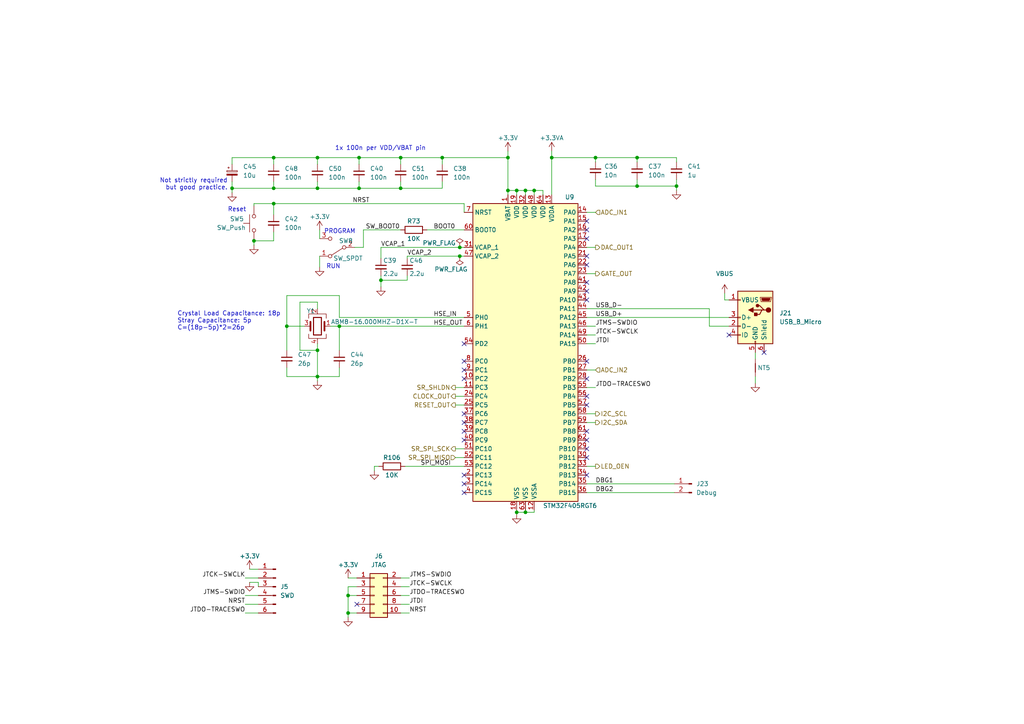
<source format=kicad_sch>
(kicad_sch (version 20230121) (generator eeschema)
  (paper "A4")
  (title_block (title "LivSynth - MCU") (date "2022-07-18") (rev "${Version}") (company "SloBlo Labs"))
  (lib_symbols
    (symbol "Connector:Conn_01x02_Male" (pin_names (offset 1.016) hide)
      (property "Reference" "J" (at 0 2.54 0))
      (property "Value" "Conn_01x02_Male" (at 0 -5.08 0))
      (symbol "Conn_01x02_Male_1_1"
        (polyline (pts (xy 1.27 -2.54) (xy 0.8636 -2.54)) (stroke (width 0.1524)))
        (polyline (pts (xy 1.27 0) (xy 0.8636 0)) (stroke (width 0.1524)))
        (rectangle (start 0.8636 -2.413) (end 0 -2.667) (stroke (width 0.1524)) (fill (type outline)))
        (rectangle (start 0.8636 0.127) (end 0 -0.127) (stroke (width 0.1524)) (fill (type outline)))
        (pin passive line (at 5.08 0 180) (length 3.81) (name "Pin_1") (number "1"))
        (pin passive line (at 5.08 -2.54 180) (length 3.81) (name "Pin_2") (number "2"))
      )
    )
    (symbol "Connector:Conn_01x06_Male" (pin_names (offset 1.016) hide)
      (property "Reference" "J" (at 0 7.62 0))
      (property "Value" "Conn_01x06_Male" (at 0 -10.16 0))
      (symbol "Conn_01x06_Male_1_1"
        (polyline (pts (xy 1.27 -7.62) (xy 0.8636 -7.62)) (stroke (width 0.1524)))
        (polyline (pts (xy 1.27 -5.08) (xy 0.8636 -5.08)) (stroke (width 0.1524)))
        (polyline (pts (xy 1.27 -2.54) (xy 0.8636 -2.54)) (stroke (width 0.1524)))
        (polyline (pts (xy 1.27 0) (xy 0.8636 0)) (stroke (width 0.1524)))
        (polyline (pts (xy 1.27 2.54) (xy 0.8636 2.54)) (stroke (width 0.1524)))
        (polyline (pts (xy 1.27 5.08) (xy 0.8636 5.08)) (stroke (width 0.1524)))
        (rectangle (start 0.8636 -7.493) (end 0 -7.747) (stroke (width 0.1524)) (fill (type outline)))
        (rectangle (start 0.8636 -4.953) (end 0 -5.207) (stroke (width 0.1524)) (fill (type outline)))
        (rectangle (start 0.8636 -2.413) (end 0 -2.667) (stroke (width 0.1524)) (fill (type outline)))
        (rectangle (start 0.8636 0.127) (end 0 -0.127) (stroke (width 0.1524)) (fill (type outline)))
        (rectangle (start 0.8636 2.667) (end 0 2.413) (stroke (width 0.1524)) (fill (type outline)))
        (rectangle (start 0.8636 5.207) (end 0 4.953) (stroke (width 0.1524)) (fill (type outline)))
        (pin passive line (at 5.08 5.08 180) (length 3.81) (name "Pin_1") (number "1"))
        (pin passive line (at 5.08 2.54 180) (length 3.81) (name "Pin_2") (number "2"))
        (pin passive line (at 5.08 0 180) (length 3.81) (name "Pin_3") (number "3"))
        (pin passive line (at 5.08 -2.54 180) (length 3.81) (name "Pin_4") (number "4"))
        (pin passive line (at 5.08 -5.08 180) (length 3.81) (name "Pin_5") (number "5"))
        (pin passive line (at 5.08 -7.62 180) (length 3.81) (name "Pin_6") (number "6"))
      )
    )
    (symbol "Connector:USB_B_Micro" (pin_names (offset 1.016))
      (property "Reference" "J" (at -5.08 11.43 0))
      (property "Value" "USB_B_Micro" (at -5.08 8.89 0))
      (symbol "USB_B_Micro_0_1"
        (rectangle (start -5.08 -7.62) (end 5.08 7.62) (stroke (width 0.254)) (fill (type background)))
        (circle (center -3.81 2.159) (radius 0.635) (stroke (width 0.254)) (fill (type outline)))
        (circle (center -0.635 3.429) (radius 0.381) (stroke (width 0.254)) (fill (type outline)))
        (rectangle (start -0.127 -7.62) (end 0.127 -6.858))
        (polyline (pts (xy -1.905 2.159) (xy 0.635 2.159)) (stroke (width 0.254)))
        (polyline (pts (xy -3.175 2.159) (xy -2.54 2.159) (xy -1.27 3.429) (xy -0.635 3.429)) (stroke (width 0.254)))
        (polyline (pts (xy -2.54 2.159) (xy -1.905 2.159) (xy -1.27 0.889) (xy 0 0.889)) (stroke (width 0.254)))
        (polyline (pts (xy 0.635 2.794) (xy 0.635 1.524) (xy 1.905 2.159) (xy 0.635 2.794)) (stroke (width 0.254)) (fill (type outline)))
        (polyline (pts (xy -4.318 5.588) (xy -1.778 5.588) (xy -2.032 4.826) (xy -4.064 4.826) (xy -4.318 5.588)) (fill (type outline)))
        (polyline (pts (xy -4.699 5.842) (xy -4.699 5.588) (xy -4.445 4.826) (xy -4.445 4.572) (xy -1.651 4.572) (xy -1.651 4.826) (xy -1.397 5.588) (xy -1.397 5.842) (xy -4.699 5.842)))
        (rectangle (start 0.254 1.27) (end -0.508 0.508) (stroke (width 0.254)) (fill (type outline)))
        (rectangle (start 5.08 -5.207) (end 4.318 -4.953))
        (rectangle (start 5.08 -2.667) (end 4.318 -2.413))
        (rectangle (start 5.08 -0.127) (end 4.318 0.127))
        (rectangle (start 5.08 4.953) (end 4.318 5.207))
      )
      (symbol "USB_B_Micro_1_1"
        (pin power_out line (at 7.62 5.08 180) (length 2.54) (name "VBUS") (number "1"))
        (pin bidirectional line (at 7.62 -2.54 180) (length 2.54) (name "D-") (number "2"))
        (pin bidirectional line (at 7.62 0 180) (length 2.54) (name "D+") (number "3"))
        (pin passive line (at 7.62 -5.08 180) (length 2.54) (name "ID") (number "4"))
        (pin power_out line (at 0 -10.16 90) (length 2.54) (name "GND") (number "5"))
        (pin passive line (at -2.54 -10.16 90) (length 2.54) (name "Shield") (number "6"))
      )
    )
    (symbol "Connector_Generic:Conn_02x05_Odd_Even" (pin_names (offset 1.016) hide)
      (property "Reference" "J" (at 1.27 7.62 0))
      (property "Value" "Conn_02x05_Odd_Even" (at 1.27 -7.62 0))
      (symbol "Conn_02x05_Odd_Even_1_1"
        (rectangle (start -1.27 -4.953) (end 0 -5.207) (stroke (width 0.1524)))
        (rectangle (start -1.27 -2.413) (end 0 -2.667) (stroke (width 0.1524)))
        (rectangle (start -1.27 0.127) (end 0 -0.127) (stroke (width 0.1524)))
        (rectangle (start -1.27 2.667) (end 0 2.413) (stroke (width 0.1524)))
        (rectangle (start -1.27 5.207) (end 0 4.953) (stroke (width 0.1524)))
        (rectangle (start -1.27 6.35) (end 3.81 -6.35) (stroke (width 0.254)) (fill (type background)))
        (rectangle (start 3.81 -4.953) (end 2.54 -5.207) (stroke (width 0.1524)))
        (rectangle (start 3.81 -2.413) (end 2.54 -2.667) (stroke (width 0.1524)))
        (rectangle (start 3.81 0.127) (end 2.54 -0.127) (stroke (width 0.1524)))
        (rectangle (start 3.81 2.667) (end 2.54 2.413) (stroke (width 0.1524)))
        (rectangle (start 3.81 5.207) (end 2.54 4.953) (stroke (width 0.1524)))
        (pin passive line (at -5.08 5.08 0) (length 3.81) (name "Pin_1") (number "1"))
        (pin passive line (at 7.62 -5.08 180) (length 3.81) (name "Pin_10") (number "10"))
        (pin passive line (at 7.62 5.08 180) (length 3.81) (name "Pin_2") (number "2"))
        (pin passive line (at -5.08 2.54 0) (length 3.81) (name "Pin_3") (number "3"))
        (pin passive line (at 7.62 2.54 180) (length 3.81) (name "Pin_4") (number "4"))
        (pin passive line (at -5.08 0 0) (length 3.81) (name "Pin_5") (number "5"))
        (pin passive line (at 7.62 0 180) (length 3.81) (name "Pin_6") (number "6"))
        (pin passive line (at -5.08 -2.54 0) (length 3.81) (name "Pin_7") (number "7"))
        (pin passive line (at 7.62 -2.54 180) (length 3.81) (name "Pin_8") (number "8"))
        (pin passive line (at -5.08 -5.08 0) (length 3.81) (name "Pin_9") (number "9"))
      )
    )
    (symbol "Device:C_Polarized_Small" (pin_numbers hide) (pin_names (offset 0.254) hide)
      (property "Reference" "C" (at 0.254 1.778 0))
      (property "Value" "C_Polarized_Small" (at 0.254 -2.032 0))
      (symbol "C_Polarized_Small_0_1"
        (rectangle (start -1.524 -0.3048) (end 1.524 -0.6858) (fill (type outline)))
        (rectangle (start -1.524 0.6858) (end 1.524 0.3048))
        (polyline (pts (xy -1.27 1.524) (xy -0.762 1.524)))
        (polyline (pts (xy -1.016 1.27) (xy -1.016 1.778)))
      )
      (symbol "C_Polarized_Small_1_1"
        (pin passive line (at 0 2.54 270) (length 1.8542) (name "~") (number "1"))
        (pin passive line (at 0 -2.54 90) (length 1.8542) (name "~") (number "2"))
      )
    )
    (symbol "Device:C_Small" (pin_numbers hide) (pin_names (offset 0.254) hide)
      (property "Reference" "C" (at 0.254 1.778 0))
      (property "Value" "C_Small" (at 0.254 -2.032 0))
      (symbol "C_Small_0_1"
        (polyline (pts (xy -1.524 -0.508) (xy 1.524 -0.508)) (stroke (width 0.3302)))
        (polyline (pts (xy -1.524 0.508) (xy 1.524 0.508)) (stroke (width 0.3048)))
      )
      (symbol "C_Small_1_1"
        (pin passive line (at 0 2.54 270) (length 2.032) (name "~") (number "1"))
        (pin passive line (at 0 -2.54 90) (length 2.032) (name "~") (number "2"))
      )
    )
    (symbol "Device:Crystal_GND24" (pin_names (offset 1.016) hide)
      (property "Reference" "Y" (at 3.175 5.08 0))
      (property "Value" "Crystal_GND24" (at 3.175 3.175 0))
      (symbol "Crystal_GND24_0_1"
        (rectangle (start -1.143 2.54) (end 1.143 -2.54) (stroke (width 0.3048)))
        (polyline (pts (xy -2.54 0) (xy -2.032 0)))
        (polyline (pts (xy -2.032 -1.27) (xy -2.032 1.27)) (stroke (width 0.508)))
        (polyline (pts (xy 0 -3.81) (xy 0 -3.556)))
        (polyline (pts (xy 0 3.556) (xy 0 3.81)))
        (polyline (pts (xy 2.032 -1.27) (xy 2.032 1.27)) (stroke (width 0.508)))
        (polyline (pts (xy 2.032 0) (xy 2.54 0)))
        (polyline (pts (xy -2.54 -2.286) (xy -2.54 -3.556) (xy 2.54 -3.556) (xy 2.54 -2.286)))
        (polyline (pts (xy -2.54 2.286) (xy -2.54 3.556) (xy 2.54 3.556) (xy 2.54 2.286)))
      )
      (symbol "Crystal_GND24_1_1"
        (pin passive line (at -3.81 0 0) (length 1.27) (name "1") (number "1"))
        (pin passive line (at 0 5.08 270) (length 1.27) (name "2") (number "2"))
        (pin passive line (at 3.81 0 180) (length 1.27) (name "3") (number "3"))
        (pin passive line (at 0 -5.08 90) (length 1.27) (name "4") (number "4"))
      )
    )
    (symbol "Device:NetTie_2" (pin_numbers hide) (pin_names (offset 0) hide) (in_bom no)
      (property "Reference" "NT" (at 0 1.27 0))
      (property "Value" "NetTie_2" (at 0 -1.27 0))
      (symbol "NetTie_2_0_1"
        (polyline (pts (xy -1.27 0) (xy 1.27 0)) (stroke (width 0.254)))
      )
      (symbol "NetTie_2_1_1"
        (pin passive line (at -2.54 0 0) (length 2.54) (name "1") (number "1"))
        (pin passive line (at 2.54 0 180) (length 2.54) (name "2") (number "2"))
      )
    )
    (symbol "Device:R" (pin_numbers hide) (pin_names (offset 0))
      (property "Reference" "R" (at 2.032 0 90))
      (property "Value" "R" (at 0 0 90))
      (symbol "R_0_1"
        (rectangle (start -1.016 -2.54) (end 1.016 2.54) (stroke (width 0.254)))
      )
      (symbol "R_1_1"
        (pin passive line (at 0 3.81 270) (length 1.27) (name "~") (number "1"))
        (pin passive line (at 0 -3.81 90) (length 1.27) (name "~") (number "2"))
      )
    )
    (symbol "MCU_ST_STM32F4:STM32F405RGTx"
      (property "Reference" "U" (at -15.24 44.45 0))
      (property "Value" "STM32F405RGTx" (at 10.16 44.45 0))
      (symbol "STM32F405RGTx_0_1"
        (rectangle (start -15.24 -43.18) (end 15.24 43.18) (stroke (width 0.254)) (fill (type background)))
      )
      (symbol "STM32F405RGTx_1_1"
        (pin power_in line (at -5.08 45.72 270) (length 2.54) (name "VBAT") (number "1"))
        (pin bidirectional line (at -17.78 -7.62 0) (length 2.54) (name "PC2") (number "10"))
        (pin bidirectional line (at -17.78 -10.16 0) (length 2.54) (name "PC3") (number "11"))
        (pin power_in line (at 2.54 -45.72 90) (length 2.54) (name "VSSA") (number "12"))
        (pin power_in line (at 7.62 45.72 270) (length 2.54) (name "VDDA") (number "13"))
        (pin bidirectional line (at 17.78 40.64 180) (length 2.54) (name "PA0") (number "14"))
        (pin bidirectional line (at 17.78 38.1 180) (length 2.54) (name "PA1") (number "15"))
        (pin bidirectional line (at 17.78 35.56 180) (length 2.54) (name "PA2") (number "16"))
        (pin bidirectional line (at 17.78 33.02 180) (length 2.54) (name "PA3") (number "17"))
        (pin power_in line (at -2.54 -45.72 90) (length 2.54) (name "VSS") (number "18"))
        (pin power_in line (at -2.54 45.72 270) (length 2.54) (name "VDD") (number "19"))
        (pin bidirectional line (at -17.78 -35.56 0) (length 2.54) (name "PC13") (number "2"))
        (pin bidirectional line (at 17.78 30.48 180) (length 2.54) (name "PA4") (number "20"))
        (pin bidirectional line (at 17.78 27.94 180) (length 2.54) (name "PA5") (number "21"))
        (pin bidirectional line (at 17.78 25.4 180) (length 2.54) (name "PA6") (number "22"))
        (pin bidirectional line (at 17.78 22.86 180) (length 2.54) (name "PA7") (number "23"))
        (pin bidirectional line (at -17.78 -12.7 0) (length 2.54) (name "PC4") (number "24"))
        (pin bidirectional line (at -17.78 -15.24 0) (length 2.54) (name "PC5") (number "25"))
        (pin bidirectional line (at 17.78 -2.54 180) (length 2.54) (name "PB0") (number "26"))
        (pin bidirectional line (at 17.78 -5.08 180) (length 2.54) (name "PB1") (number "27"))
        (pin bidirectional line (at 17.78 -7.62 180) (length 2.54) (name "PB2") (number "28"))
        (pin bidirectional line (at 17.78 -27.94 180) (length 2.54) (name "PB10") (number "29"))
        (pin bidirectional line (at -17.78 -38.1 0) (length 2.54) (name "PC14") (number "3"))
        (pin bidirectional line (at 17.78 -30.48 180) (length 2.54) (name "PB11") (number "30"))
        (pin power_in line (at -17.78 30.48 0) (length 2.54) (name "VCAP_1") (number "31"))
        (pin power_in line (at 0 45.72 270) (length 2.54) (name "VDD") (number "32"))
        (pin bidirectional line (at 17.78 -33.02 180) (length 2.54) (name "PB12") (number "33"))
        (pin bidirectional line (at 17.78 -35.56 180) (length 2.54) (name "PB13") (number "34"))
        (pin bidirectional line (at 17.78 -38.1 180) (length 2.54) (name "PB14") (number "35"))
        (pin bidirectional line (at 17.78 -40.64 180) (length 2.54) (name "PB15") (number "36"))
        (pin bidirectional line (at -17.78 -17.78 0) (length 2.54) (name "PC6") (number "37"))
        (pin bidirectional line (at -17.78 -20.32 0) (length 2.54) (name "PC7") (number "38"))
        (pin bidirectional line (at -17.78 -22.86 0) (length 2.54) (name "PC8") (number "39"))
        (pin bidirectional line (at -17.78 -40.64 0) (length 2.54) (name "PC15") (number "4"))
        (pin bidirectional line (at -17.78 -25.4 0) (length 2.54) (name "PC9") (number "40"))
        (pin bidirectional line (at 17.78 20.32 180) (length 2.54) (name "PA8") (number "41"))
        (pin bidirectional line (at 17.78 17.78 180) (length 2.54) (name "PA9") (number "42"))
        (pin bidirectional line (at 17.78 15.24 180) (length 2.54) (name "PA10") (number "43"))
        (pin bidirectional line (at 17.78 12.7 180) (length 2.54) (name "PA11") (number "44"))
        (pin bidirectional line (at 17.78 10.16 180) (length 2.54) (name "PA12") (number "45"))
        (pin bidirectional line (at 17.78 7.62 180) (length 2.54) (name "PA13") (number "46"))
        (pin power_in line (at -17.78 27.94 0) (length 2.54) (name "VCAP_2") (number "47"))
        (pin power_in line (at 2.54 45.72 270) (length 2.54) (name "VDD") (number "48"))
        (pin bidirectional line (at 17.78 5.08 180) (length 2.54) (name "PA14") (number "49"))
        (pin input line (at -17.78 10.16 0) (length 2.54) (name "PH0") (number "5"))
        (pin bidirectional line (at 17.78 2.54 180) (length 2.54) (name "PA15") (number "50"))
        (pin bidirectional line (at -17.78 -27.94 0) (length 2.54) (name "PC10") (number "51"))
        (pin bidirectional line (at -17.78 -30.48 0) (length 2.54) (name "PC11") (number "52"))
        (pin bidirectional line (at -17.78 -33.02 0) (length 2.54) (name "PC12") (number "53"))
        (pin bidirectional line (at -17.78 2.54 0) (length 2.54) (name "PD2") (number "54"))
        (pin bidirectional line (at 17.78 -10.16 180) (length 2.54) (name "PB3") (number "55"))
        (pin bidirectional line (at 17.78 -12.7 180) (length 2.54) (name "PB4") (number "56"))
        (pin bidirectional line (at 17.78 -15.24 180) (length 2.54) (name "PB5") (number "57"))
        (pin bidirectional line (at 17.78 -17.78 180) (length 2.54) (name "PB6") (number "58"))
        (pin bidirectional line (at 17.78 -20.32 180) (length 2.54) (name "PB7") (number "59"))
        (pin input line (at -17.78 7.62 0) (length 2.54) (name "PH1") (number "6"))
        (pin input line (at -17.78 35.56 0) (length 2.54) (name "BOOT0") (number "60"))
        (pin bidirectional line (at 17.78 -22.86 180) (length 2.54) (name "PB8") (number "61"))
        (pin bidirectional line (at 17.78 -25.4 180) (length 2.54) (name "PB9") (number "62"))
        (pin power_in line (at 0 -45.72 90) (length 2.54) (name "VSS") (number "63"))
        (pin power_in line (at 5.08 45.72 270) (length 2.54) (name "VDD") (number "64"))
        (pin input line (at -17.78 40.64 0) (length 2.54) (name "NRST") (number "7"))
        (pin bidirectional line (at -17.78 -2.54 0) (length 2.54) (name "PC0") (number "8"))
        (pin bidirectional line (at -17.78 -5.08 0) (length 2.54) (name "PC1") (number "9"))
      )
    )
    (symbol "Switch:SW_Push" (pin_numbers hide) (pin_names (offset 1.016) hide)
      (property "Reference" "SW" (at 1.27 2.54 0))
      (property "Value" "SW_Push" (at 0 -1.524 0))
      (symbol "SW_Push_0_1"
        (circle (center -2.032 0) (radius 0.508))
        (polyline (pts (xy 0 1.27) (xy 0 3.048)))
        (polyline (pts (xy 2.54 1.27) (xy -2.54 1.27)))
        (circle (center 2.032 0) (radius 0.508))
        (pin passive line (at -5.08 0 0) (length 2.54) (name "1") (number "1"))
        (pin passive line (at 5.08 0 180) (length 2.54) (name "2") (number "2"))
      )
    )
    (symbol "Switch:SW_SPDT" (pin_names (offset 0) hide)
      (property "Reference" "SW" (at 0 4.318 0))
      (property "Value" "SW_SPDT" (at 0 -5.08 0))
      (symbol "SW_SPDT_0_0"
        (circle (center -2.032 0) (radius 0.508))
        (circle (center 2.032 -2.54) (radius 0.508))
      )
      (symbol "SW_SPDT_0_1"
        (polyline (pts (xy -1.524 0.254) (xy 1.651 2.286)))
        (circle (center 2.032 2.54) (radius 0.508))
      )
      (symbol "SW_SPDT_1_1"
        (pin passive line (at 5.08 2.54 180) (length 2.54) (name "A") (number "1"))
        (pin passive line (at -5.08 0 0) (length 2.54) (name "B") (number "2"))
        (pin passive line (at 5.08 -2.54 180) (length 2.54) (name "C") (number "3"))
      )
    )
    (symbol "power:+3.3V" (power) (pin_names (offset 0))
      (property "Value" "+3.3V" (at 0 3.556 0))
      (symbol "+3.3V_0_1"
        (polyline (pts (xy -0.762 1.27) (xy 0 2.54)))
        (polyline (pts (xy 0 0) (xy 0 2.54)))
        (polyline (pts (xy 0 2.54) (xy 0.762 1.27)))
      )
      (symbol "+3.3V_1_1"
        (pin power_in line (at 0 0 90) (length 0) hide (name "+3.3V") (number "1"))
      )
    )
    (symbol "power:+3.3VA" (power) (pin_names (offset 0))
      (property "Value" "+3.3VA" (at 0 3.556 0))
      (symbol "+3.3VA_0_1"
        (polyline (pts (xy -0.762 1.27) (xy 0 2.54)))
        (polyline (pts (xy 0 0) (xy 0 2.54)))
        (polyline (pts (xy 0 2.54) (xy 0.762 1.27)))
      )
      (symbol "+3.3VA_1_1"
        (pin power_in line (at 0 0 90) (length 0) hide (name "+3.3VA") (number "1"))
      )
    )
    (symbol "power:GND" (power) (pin_names (offset 0))
      (property "Value" "GND" (at 0 -3.81 0))
      (symbol "GND_0_1"
        (polyline (pts (xy 0 0) (xy 0 -1.27) (xy 1.27 -1.27) (xy 0 -2.54) (xy -1.27 -1.27) (xy 0 -1.27)))
      )
      (symbol "GND_1_1"
        (pin power_in line (at 0 0 270) (length 0) hide (name "GND") (number "1"))
      )
    )
    (symbol "power:PWR_FLAG" (power) (pin_numbers hide) (pin_names (offset 0) hide)
      (property "Value" "PWR_FLAG" (at 0 3.81 0))
      (symbol "PWR_FLAG_0_0"
        (pin power_out line (at 0 0 90) (length 0) (name "pwr") (number "1"))
      )
      (symbol "PWR_FLAG_0_1"
        (polyline (pts (xy 0 0) (xy 0 1.27) (xy -1.016 1.905) (xy 0 2.54) (xy 1.016 1.905) (xy 0 1.27)))
      )
    )
    (symbol "power:VBUS" (power) (pin_names (offset 0))
      (property "Value" "VBUS" (at 0 3.81 0))
      (symbol "VBUS_0_1"
        (polyline (pts (xy -0.762 1.27) (xy 0 2.54)))
        (polyline (pts (xy 0 0) (xy 0 2.54)))
        (polyline (pts (xy 0 2.54) (xy 0.762 1.27)))
      )
      (symbol "VBUS_1_1"
        (pin power_in line (at 0 0 90) (length 0) hide (name "VBUS") (number "1"))
      )
    )
  )
  (junction (at 149.86 148.59))
  (junction (at 100.965 177.8))
  (junction (at 154.94 55.245))
  (junction (at 133.35 71.755))
  (junction (at 83.185 94.615))
  (junction (at 92.075 54.61))
  (junction (at 79.375 54.61))
  (junction (at 152.4 55.245))
  (junction (at 98.425 94.615))
  (junction (at 147.32 45.72))
  (junction (at 184.785 53.975))
  (junction (at 79.375 45.72))
  (junction (at 104.14 54.61))
  (junction (at 128.27 45.72))
  (junction (at 92.075 45.72))
  (junction (at 133.35 74.295))
  (junction (at 116.205 45.72))
  (junction (at 67.31 54.61))
  (junction (at 116.205 54.61))
  (junction (at 110.49 81.28))
  (junction (at 160.02 45.72))
  (junction (at 92.075 109.22))
  (junction (at 92.075 101.6))
  (junction (at 147.32 55.245))
  (junction (at 73.66 69.85))
  (junction (at 196.215 53.975))
  (junction (at 184.785 45.72))
  (junction (at 152.4 148.59))
  (junction (at 172.72 45.72))
  (junction (at 149.86 55.245))
  (junction (at 104.14 45.72))
  (junction (at 79.375 59.055))
  (junction (at 100.965 172.72))
  (no_connect (at 170.18 74.295))
  (no_connect (at 170.18 114.935))
  (no_connect (at 170.18 104.775))
  (no_connect (at 170.18 64.135))
  (no_connect (at 134.62 137.795))
  (no_connect (at 170.18 132.715))
  (no_connect (at 211.455 97.155))
  (no_connect (at 221.615 102.235))
  (no_connect (at 170.18 117.475))
  (no_connect (at 170.18 130.175))
  (no_connect (at 103.505 175.26))
  (no_connect (at 134.62 120.015))
  (no_connect (at 134.62 122.555))
  (no_connect (at 134.62 125.095))
  (no_connect (at 134.62 127.635))
  (no_connect (at 134.62 99.695))
  (no_connect (at 134.62 104.775))
  (no_connect (at 134.62 107.315))
  (no_connect (at 134.62 109.855))
  (no_connect (at 170.18 125.095))
  (no_connect (at 170.18 109.855))
  (no_connect (at 170.18 86.995))
  (no_connect (at 170.18 84.455))
  (no_connect (at 170.18 81.915))
  (no_connect (at 170.18 69.215))
  (no_connect (at 170.18 66.675))
  (no_connect (at 134.62 142.875))
  (no_connect (at 134.62 140.335))
  (no_connect (at 170.18 137.795))
  (no_connect (at 170.18 127.635))
  (no_connect (at 170.18 76.835))
  (wire (pts (xy 67.31 54.61) (xy 79.375 54.61)))
  (wire (pts (xy 123.825 66.675) (xy 134.62 66.675)))
  (wire (pts (xy 170.18 142.875) (xy 195.58 142.875)))
  (wire (pts (xy 133.35 74.295) (xy 134.62 74.295)))
  (wire (pts (xy 152.4 147.955) (xy 152.4 148.59)))
  (wire (pts (xy 92.075 45.72) (xy 104.14 45.72)))
  (wire (pts (xy 71.12 177.8) (xy 74.93 177.8)))
  (wire (pts (xy 105.41 66.675) (xy 116.205 66.675)))
  (wire (pts (xy 100.965 172.72) (xy 100.965 177.8)))
  (wire (pts (xy 73.66 71.12) (xy 73.66 69.85)))
  (wire (pts (xy 172.72 135.255) (xy 170.18 135.255)))
  (wire (pts (xy 184.785 45.72) (xy 184.785 46.99)))
  (wire (pts (xy 98.425 85.725) (xy 98.425 92.075)))
  (wire (pts (xy 116.205 177.8) (xy 118.745 177.8)))
  (wire (pts (xy 110.49 81.28) (xy 118.11 81.28)))
  (wire (pts (xy 196.215 45.72) (xy 184.785 45.72)))
  (wire (pts (xy 160.02 45.72) (xy 172.72 45.72)))
  (wire (pts (xy 83.185 106.68) (xy 83.185 109.22)))
  (wire (pts (xy 149.86 147.955) (xy 149.86 148.59)))
  (wire (pts (xy 98.425 92.075) (xy 134.62 92.075)))
  (wire (pts (xy 149.86 148.59) (xy 149.86 149.225)))
  (wire (pts (xy 104.14 54.61) (xy 116.205 54.61)))
  (wire (pts (xy 79.375 59.055) (xy 134.62 59.055)))
  (wire (pts (xy 83.185 85.725) (xy 98.425 85.725)))
  (wire (pts (xy 104.14 47.625) (xy 104.14 45.72)))
  (wire (pts (xy 73.66 69.85) (xy 79.375 69.85)))
  (wire (pts (xy 83.185 109.22) (xy 92.075 109.22)))
  (wire (pts (xy 128.27 54.61) (xy 128.27 52.705)))
  (wire (pts (xy 83.185 94.615) (xy 83.185 85.725)))
  (wire (pts (xy 72.39 168.91) (xy 74.93 168.91)))
  (wire (pts (xy 154.94 55.245) (xy 154.94 56.515)))
  (wire (pts (xy 133.35 71.755) (xy 134.62 71.755)))
  (wire (pts (xy 134.62 59.055) (xy 134.62 61.595)))
  (wire (pts (xy 105.41 71.755) (xy 105.41 66.675)))
  (wire (pts (xy 117.475 135.255) (xy 134.62 135.255)))
  (wire (pts (xy 116.205 170.18) (xy 118.745 170.18)))
  (wire (pts (xy 170.18 107.315) (xy 172.72 107.315)))
  (wire (pts (xy 116.205 47.625) (xy 116.205 45.72)))
  (wire (pts (xy 128.27 47.625) (xy 128.27 45.72)))
  (wire (pts (xy 74.93 168.91) (xy 74.93 170.18)))
  (wire (pts (xy 170.18 99.695) (xy 172.72 99.695)))
  (wire (pts (xy 92.075 109.22) (xy 98.425 109.22)))
  (wire (pts (xy 92.075 47.625) (xy 92.075 45.72)))
  (wire (pts (xy 147.32 43.815) (xy 147.32 45.72)))
  (wire (pts (xy 196.215 55.245) (xy 196.215 53.975)))
  (wire (pts (xy 219.075 102.235) (xy 219.075 104.14)))
  (wire (pts (xy 67.31 54.61) (xy 67.31 55.88)))
  (wire (pts (xy 160.02 43.815) (xy 160.02 45.72)))
  (wire (pts (xy 100.965 172.72) (xy 103.505 172.72)))
  (wire (pts (xy 170.18 140.335) (xy 195.58 140.335)))
  (wire (pts (xy 92.075 87.63) (xy 86.995 87.63)))
  (wire (pts (xy 184.785 45.72) (xy 172.72 45.72)))
  (wire (pts (xy 95.885 94.615) (xy 98.425 94.615)))
  (wire (pts (xy 79.375 54.61) (xy 92.075 54.61)))
  (wire (pts (xy 205.74 89.535) (xy 205.74 94.615)))
  (wire (pts (xy 83.185 94.615) (xy 83.185 101.6)))
  (wire (pts (xy 67.31 47.625) (xy 67.31 45.72)))
  (wire (pts (xy 152.4 55.245) (xy 152.4 56.515)))
  (wire (pts (xy 196.215 46.99) (xy 196.215 45.72)))
  (wire (pts (xy 71.12 167.64) (xy 74.93 167.64)))
  (wire (pts (xy 157.48 55.245) (xy 154.94 55.245)))
  (wire (pts (xy 170.18 71.755) (xy 172.72 71.755)))
  (wire (pts (xy 172.72 45.72) (xy 172.72 46.99)))
  (wire (pts (xy 149.86 55.245) (xy 147.32 55.245)))
  (wire (pts (xy 92.075 109.22) (xy 92.075 110.49)))
  (wire (pts (xy 134.62 117.475) (xy 132.08 117.475)))
  (wire (pts (xy 108.585 135.255) (xy 108.585 136.525)))
  (wire (pts (xy 170.18 89.535) (xy 205.74 89.535)))
  (wire (pts (xy 152.4 55.245) (xy 149.86 55.245)))
  (wire (pts (xy 71.12 172.72) (xy 74.93 172.72)))
  (wire (pts (xy 103.505 170.18) (xy 100.965 170.18)))
  (wire (pts (xy 92.075 89.535) (xy 92.075 87.63)))
  (wire (pts (xy 170.18 94.615) (xy 172.72 94.615)))
  (wire (pts (xy 219.075 109.22) (xy 219.075 111.125)))
  (wire (pts (xy 172.72 52.07) (xy 172.72 53.975)))
  (wire (pts (xy 172.72 122.555) (xy 170.18 122.555)))
  (wire (pts (xy 170.18 92.075) (xy 211.455 92.075)))
  (wire (pts (xy 118.11 74.295) (xy 133.35 74.295)))
  (wire (pts (xy 184.785 52.07) (xy 184.785 53.975)))
  (wire (pts (xy 98.425 106.68) (xy 98.425 109.22)))
  (wire (pts (xy 154.94 55.245) (xy 152.4 55.245)))
  (wire (pts (xy 102.87 71.755) (xy 105.41 71.755)))
  (wire (pts (xy 67.31 52.705) (xy 67.31 54.61)))
  (wire (pts (xy 210.185 85.09) (xy 210.185 86.995)))
  (wire (pts (xy 152.4 148.59) (xy 149.86 148.59)))
  (wire (pts (xy 86.995 101.6) (xy 92.075 101.6)))
  (wire (pts (xy 184.785 53.975) (xy 196.215 53.975)))
  (wire (pts (xy 86.995 87.63) (xy 86.995 101.6)))
  (wire (pts (xy 170.18 112.395) (xy 172.72 112.395)))
  (wire (pts (xy 118.11 74.93) (xy 118.11 74.295)))
  (wire (pts (xy 116.205 175.26) (xy 118.745 175.26)))
  (wire (pts (xy 79.375 52.705) (xy 79.375 54.61)))
  (wire (pts (xy 132.08 112.395) (xy 134.62 112.395)))
  (wire (pts (xy 210.185 86.995) (xy 211.455 86.995)))
  (wire (pts (xy 170.18 97.155) (xy 172.72 97.155)))
  (wire (pts (xy 73.66 59.69) (xy 73.66 59.055)))
  (wire (pts (xy 172.72 53.975) (xy 184.785 53.975)))
  (wire (pts (xy 110.49 81.28) (xy 110.49 83.185)))
  (wire (pts (xy 132.08 132.715) (xy 134.62 132.715)))
  (wire (pts (xy 118.11 81.28) (xy 118.11 80.01)))
  (wire (pts (xy 79.375 67.31) (xy 79.375 69.85)))
  (wire (pts (xy 79.375 45.72) (xy 92.075 45.72)))
  (wire (pts (xy 100.965 177.8) (xy 103.505 177.8)))
  (wire (pts (xy 109.855 135.255) (xy 108.585 135.255)))
  (wire (pts (xy 110.49 71.755) (xy 133.35 71.755)))
  (wire (pts (xy 205.74 94.615) (xy 211.455 94.615)))
  (wire (pts (xy 170.18 61.595) (xy 172.72 61.595)))
  (wire (pts (xy 154.94 147.955) (xy 154.94 148.59)))
  (wire (pts (xy 116.205 54.61) (xy 128.27 54.61)))
  (wire (pts (xy 71.12 175.26) (xy 74.93 175.26)))
  (wire (pts (xy 92.075 54.61) (xy 104.14 54.61)))
  (wire (pts (xy 110.49 74.93) (xy 110.49 71.755)))
  (wire (pts (xy 116.205 167.64) (xy 118.745 167.64)))
  (wire (pts (xy 92.075 101.6) (xy 92.075 109.22)))
  (wire (pts (xy 147.32 45.72) (xy 147.32 55.245)))
  (wire (pts (xy 98.425 94.615) (xy 134.62 94.615)))
  (wire (pts (xy 73.66 59.055) (xy 79.375 59.055)))
  (wire (pts (xy 132.08 130.175) (xy 134.62 130.175)))
  (wire (pts (xy 116.205 172.72) (xy 118.745 172.72)))
  (wire (pts (xy 92.075 101.6) (xy 92.075 99.695)))
  (wire (pts (xy 79.375 59.055) (xy 79.375 62.23)))
  (wire (pts (xy 157.48 55.245) (xy 157.48 56.515)))
  (wire (pts (xy 154.94 148.59) (xy 152.4 148.59)))
  (wire (pts (xy 116.205 52.705) (xy 116.205 54.61)))
  (wire (pts (xy 92.71 66.675) (xy 92.71 69.215)))
  (wire (pts (xy 92.71 74.295) (xy 92.71 77.47)))
  (wire (pts (xy 172.72 120.015) (xy 170.18 120.015)))
  (wire (pts (xy 147.32 55.245) (xy 147.32 56.515)))
  (wire (pts (xy 67.31 45.72) (xy 79.375 45.72)))
  (wire (pts (xy 98.425 94.615) (xy 98.425 101.6)))
  (wire (pts (xy 88.265 94.615) (xy 83.185 94.615)))
  (wire (pts (xy 149.86 55.245) (xy 149.86 56.515)))
  (wire (pts (xy 160.02 56.515) (xy 160.02 45.72)))
  (wire (pts (xy 104.14 45.72) (xy 116.205 45.72)))
  (wire (pts (xy 116.205 45.72) (xy 128.27 45.72)))
  (wire (pts (xy 100.965 177.8) (xy 100.965 179.07)))
  (wire (pts (xy 103.505 167.64) (xy 100.965 167.64)))
  (wire (pts (xy 92.075 52.705) (xy 92.075 54.61)))
  (wire (pts (xy 100.965 170.18) (xy 100.965 172.72)))
  (wire (pts (xy 74.93 165.1) (xy 72.39 165.1)))
  (wire (pts (xy 172.72 79.375) (xy 170.18 79.375)))
  (wire (pts (xy 128.27 45.72) (xy 147.32 45.72)))
  (wire (pts (xy 132.08 114.935) (xy 134.62 114.935)))
  (wire (pts (xy 196.215 53.975) (xy 196.215 52.07)))
  (wire (pts (xy 79.375 47.625) (xy 79.375 45.72)))
  (wire (pts (xy 110.49 81.28) (xy 110.49 80.01)))
  (wire (pts (xy 104.14 52.705) (xy 104.14 54.61)))
  (text "Not strictly required\nbut good practice." (at 66.04 55.245 0) (effects (font (size 1.27 1.27)) (justify right bottom)))
  (text "RUN" (at 94.615 78.105 0) (effects (font (size 1.27 1.27)) (justify left bottom)))
  (text "Crystal Load Capacitance: 18p\nStray Capacitance: 5p\nC=(18p-5p)*2=26p " (at 51.435 95.885 0) (effects (font (size 1.27 1.27)) (justify left bottom)))
  (text "PROGRAM" (at 93.98 67.945 0) (effects (font (size 1.27 1.27)) (justify left bottom)))
  (text "1x 100n per VDD/VBAT pin" (at 97.155 43.815 0) (effects (font (size 1.27 1.27)) (justify left bottom)))
  (text "Reset" (at 66.04 61.595 0) (effects (font (size 1.27 1.27)) (justify left bottom)))
  (label "SPI_MOSI" (at 130.81 135.255 180))
  (label "JTDO-TRACESWO" (at 118.745 172.72 0))
  (label "JTDI" (at 172.72 99.695 0))
  (label "JTMS-SWDIO" (at 118.745 167.64 0))
  (label "JTMS-SWDIO" (at 172.72 94.615 0))
  (label "JTCK-SWCLK" (at 71.12 167.64 180))
  (label "HSE_OUT" (at 125.73 94.615 0))
  (label "NRST" (at 118.745 177.8 0))
  (label "USB_D+" (at 172.72 92.075 0))
  (label "BOOT0" (at 125.73 66.675 0))
  (label "DBG1" (at 172.72 140.335 0))
  (label "VCAP_1" (at 110.49 71.755 0))
  (label "HSE_IN" (at 125.73 92.075 0))
  (label "JTCK-SWCLK" (at 118.745 170.18 0))
  (label "VCAP_2" (at 118.11 74.295 0))
  (label "JTDI" (at 118.745 175.26 0))
  (label "NRST" (at 71.12 175.26 180))
  (label "DBG2" (at 172.72 142.875 0))
  (label "JTDO-TRACESWO" (at 172.72 112.395 0))
  (label "JTDO-TRACESWO" (at 71.12 177.8 180))
  (label "JTCK-SWCLK" (at 172.72 97.155 0))
  (label "JTMS-SWDIO" (at 71.12 172.72 180))
  (label "NRST" (at 102.235 59.055 0))
  (label "SW_BOOT0" (at 106.045 66.675 0))
  (label "USB_D-" (at 172.72 89.535 0))
  (hierarchical_label "DAC_OUT1" (shape output) (at 172.72 71.755 0))
  (hierarchical_label "ADC_IN2" (shape input) (at 172.72 107.315 0))
  (hierarchical_label "ADC_IN1" (shape input) (at 172.72 61.595 0))
  (hierarchical_label "I2C_SDA" (shape output) (at 172.72 122.555 0))
  (hierarchical_label "RESET_OUT" (shape output) (at 132.08 117.475 180))
  (hierarchical_label "LED_OEN" (shape output) (at 172.72 135.255 0))
  (hierarchical_label "SR_SHLDN" (shape output) (at 132.08 112.395 180))
  (hierarchical_label "CLOCK_OUT" (shape output) (at 132.08 114.935 180))
  (hierarchical_label "SR_SPI_MISO" (shape input) (at 132.08 132.715 180))
  (hierarchical_label "I2C_SCL" (shape output) (at 172.72 120.015 0))
  (hierarchical_label "GATE_OUT" (shape output) (at 172.72 79.375 0))
  (hierarchical_label "SR_SPI_SCK" (shape output) (at 132.08 130.175 180))
  (symbol (lib_id "Connector:Conn_01x02_Male") (at 200.66 140.335 0) (mirror y) (unit 1)
    (property "Reference" "J23" (at 201.93 140.3349 0) (effects (justify right)))
    (property "Value" "Debug" (at 201.93 142.8749 0) (effects (justify right)))
    (property "Footprint" "Connector_PinHeader_2.54mm:PinHeader_1x02_P2.54mm_Vertical" (effects hide))
  )
  (symbol (lib_id "power:GND") (at 196.215 55.245 0) (unit 1)
    (property "Reference" "#PWR019" (effects hide))
    (property "Value" "GND" (effects hide))
  )
  (symbol (lib_id "Device:NetTie_2") (at 219.075 106.68 90) (unit 1)
    (property "Reference" "NT5" (at 219.71 106.68 90) (effects (justify right)))
    (property "Value" "NetTie_2" (effects hide))
    (property "Footprint" "NetTie:NetTie-2_SMD_Pad0.5mm" (effects hide))
  )
  (symbol (lib_id "power:GND") (at 73.66 71.12 0) (unit 1)
    (property "Reference" "#PWR022" (effects hide))
    (property "Value" "GND" (effects hide))
  )
  (symbol (lib_id "Device:C_Small") (at 104.14 50.165 0) (unit 1)
    (property "Reference" "C40" (at 107.315 48.9012 0) (effects (justify left)))
    (property "Value" "100n" (at 107.315 51.4412 0) (effects (justify left)))
    (property "Footprint" "Capacitor_SMD:C_0603_1608Metric_Pad1.08x0.95mm_HandSolder" (effects hide))
    (property "LCSC" "C282518" (effects hide))
  )
  (symbol (lib_id "Device:C_Small") (at 172.72 49.53 0) (unit 1)
    (property "Reference" "C36" (at 175.26 48.2662 0) (effects (justify left)))
    (property "Value" "10n" (at 175.26 50.8062 0) (effects (justify left)))
    (property "Footprint" "Capacitor_THT:C_Rect_L7.2mm_W2.5mm_P5.00mm_FKS2_FKP2_MKS2_MKP2" (effects hide))
  )
  (symbol (lib_id "power:GND") (at 219.075 111.125 0) (unit 1)
    (property "Reference" "#PWR030" (effects hide))
    (property "Value" "GND" (effects hide))
  )
  (symbol (lib_id "Device:C_Small") (at 110.49 77.47 0) (unit 1)
    (property "Reference" "C39" (at 111.125 75.565 0) (effects (justify left)))
    (property "Value" "2.2u" (at 111.125 79.375 0) (effects (justify left)))
    (property "Footprint" "Capacitor_SMD:C_0603_1608Metric_Pad1.08x0.95mm_HandSolder" (effects hide))
    (property "LCSC" "C268016" (effects hide))
  )
  (symbol (lib_id "power:PWR_FLAG") (at 133.35 71.755 0) (unit 1)
    (property "Reference" "#FLG03" (effects hide))
    (property "Value" "PWR_FLAG" (at 122.555 70.485 0) (effects (justify left)))
  )
  (symbol (lib_id "Device:R") (at 113.665 135.255 270) (mirror x) (unit 1)
    (property "Reference" "R106" (at 113.665 132.715 90))
    (property "Value" "10K" (at 113.665 137.795 90))
    (property "Footprint" "Resistor_THT:R_Axial_DIN0207_L6.3mm_D2.5mm_P7.62mm_Horizontal" (effects hide))
  )
  (symbol (lib_id "Device:Crystal_GND24") (at 92.075 94.615 0) (mirror y) (unit 1)
    (property "Reference" "Y1" (at 90.17 90.17 0))
    (property "Value" "ABM8-16.000MHZ-D1X-T" (at 108.585 93.345 0))
    (property "Footprint" "Crystal:Crystal_SMD_3225-4Pin_3.2x2.5mm_HandSoldering" (effects hide))
    (property "LCSC" "C1985300" (effects hide))
  )
  (symbol (lib_id "power:GND") (at 100.965 179.07 0) (unit 1)
    (property "Reference" "#PWR0303" (effects hide))
    (property "Value" "GND" (effects hide))
  )
  (symbol (lib_id "power:+3.3V") (at 147.32 43.815 0) (unit 1)
    (property "Reference" "#PWR017" (effects hide))
    (property "Value" "+3.3V" (at 147.32 40.005 0))
  )
  (symbol (lib_id "Device:R") (at 120.015 66.675 90) (unit 1)
    (property "Reference" "R73" (at 120.015 64.135 90))
    (property "Value" "10K" (at 120.015 69.215 90))
    (property "Footprint" "Resistor_THT:R_Axial_DIN0207_L6.3mm_D2.5mm_P7.62mm_Horizontal" (effects hide))
  )
  (symbol (lib_id "MCU_ST_STM32F4:STM32F405RGTx") (at 152.4 102.235 0) (unit 1)
    (property "Reference" "U9" (at 163.83 57.15 0) (effects (justify left)))
    (property "Value" "STM32F405RGT6" (at 157.48 146.685 0) (effects (justify left)))
    (property "Footprint" "Package_QFP:LQFP-64_10x10mm_P0.5mm" (effects hide))
    (property "Datasheet" "http://www.st.com/st-web-ui/static/active/en/resource/technical/document/datasheet/DM00037051.pdf" (effects hide))
    (property "LCSC" "C15742" (effects hide))
  )
  (symbol (lib_id "Device:C_Small") (at 128.27 50.165 0) (unit 1)
    (property "Reference" "C38" (at 131.445 48.9012 0) (effects (justify left)))
    (property "Value" "100n" (at 131.445 51.4412 0) (effects (justify left)))
    (property "Footprint" "Capacitor_SMD:C_0603_1608Metric_Pad1.08x0.95mm_HandSolder" (effects hide))
    (property "LCSC" "C282518" (effects hide))
  )
  (symbol (lib_id "power:PWR_FLAG") (at 133.35 74.295 0) (mirror x) (unit 1)
    (property "Reference" "#FLG04" (effects hide))
    (property "Value" "PWR_FLAG" (at 130.81 78.105 0))
  )
  (symbol (lib_id "Connector:Conn_01x06_Male") (at 80.01 170.18 0) (mirror y) (unit 1)
    (property "Reference" "J5" (at 81.28 170.1799 0) (effects (justify right)))
    (property "Value" "SWD" (at 81.28 172.7199 0) (effects (justify right)))
    (property "Footprint" "Connector_PinHeader_2.54mm:PinHeader_1x06_P2.54mm_Vertical" (effects hide))
  )
  (symbol (lib_id "Connector:USB_B_Micro") (at 219.075 92.075 0) (mirror y) (unit 1)
    (property "Reference" "J21" (at 226.06 90.8049 0) (effects (justify right)))
    (property "Value" "USB_B_Micro" (at 226.06 93.3449 0) (effects (justify right)))
    (property "Footprint" "Connector_USB:USB_Micro-B_Wuerth_629105150521" (effects hide))
  )
  (symbol (lib_id "Device:C_Small") (at 92.075 50.165 0) (unit 1)
    (property "Reference" "C50" (at 95.25 48.9012 0) (effects (justify left)))
    (property "Value" "100n" (at 95.25 51.4412 0) (effects (justify left)))
    (property "Footprint" "Capacitor_SMD:C_0603_1608Metric_Pad1.08x0.95mm_HandSolder" (effects hide))
    (property "LCSC" "C282518" (effects hide))
  )
  (symbol (lib_id "power:GND") (at 72.39 168.91 0) (unit 1)
    (property "Reference" "#PWR026" (effects hide))
    (property "Value" "GND" (effects hide))
  )
  (symbol (lib_id "power:VBUS") (at 210.185 85.09 0) (unit 1)
    (property "Reference" "#PWR028" (effects hide))
    (property "Value" "VBUS" (at 210.185 79.375 0))
  )
  (symbol (lib_id "Device:C_Small") (at 184.785 49.53 0) (unit 1)
    (property "Reference" "C37" (at 187.96 48.2662 0) (effects (justify left)))
    (property "Value" "100n" (at 187.96 50.8062 0) (effects (justify left)))
    (property "Footprint" "Capacitor_THT:C_Rect_L7.2mm_W2.5mm_P5.00mm_FKS2_FKP2_MKS2_MKP2" (effects hide))
  )
  (symbol (lib_id "power:GND") (at 92.075 110.49 0) (unit 1)
    (property "Reference" "#PWR027" (effects hide))
    (property "Value" "GND" (effects hide))
  )
  (symbol (lib_id "power:+3.3VA") (at 160.02 43.815 0) (unit 1)
    (property "Reference" "#PWR018" (effects hide))
    (property "Value" "+3.3VA" (at 160.02 40.005 0))
  )
  (symbol (lib_id "Device:C_Small") (at 98.425 104.14 0) (unit 1)
    (property "Reference" "C44" (at 101.6 102.8762 0) (effects (justify left)))
    (property "Value" "26p" (at 101.6 105.4162 0) (effects (justify left)))
    (property "Footprint" "Capacitor_SMD:C_0603_1608Metric_Pad1.08x0.95mm_HandSolder" (effects hide))
    (property "LCSC" "C519484" (effects hide))
  )
  (symbol (lib_id "Connector_Generic:Conn_02x05_Odd_Even") (at 108.585 172.72 0) (unit 1)
    (property "Reference" "J6" (at 109.855 161.29 0))
    (property "Value" "JTAG" (at 109.855 163.83 0))
    (property "Footprint" "Connector_PinHeader_1.27mm:PinHeader_2x05_P1.27mm_Vertical" (effects hide))
  )
  (symbol (lib_id "Device:C_Small") (at 196.215 49.53 0) (unit 1)
    (property "Reference" "C41" (at 199.39 48.2662 0) (effects (justify left)))
    (property "Value" "1u" (at 199.39 50.8062 0) (effects (justify left)))
    (property "Footprint" "Capacitor_THT:C_Rect_L7.2mm_W5.5mm_P5.00mm_FKS2_FKP2_MKS2_MKP2" (effects hide))
  )
  (symbol (lib_id "power:+3.3V") (at 72.39 165.1 0) (unit 1)
    (property "Reference" "#PWR025" (effects hide))
    (property "Value" "+3.3V" (at 72.39 161.29 0))
  )
  (symbol (lib_id "power:GND") (at 110.49 83.185 0) (unit 1)
    (property "Reference" "#PWR024" (effects hide))
    (property "Value" "GND" (effects hide))
  )
  (symbol (lib_id "power:+3.3V") (at 92.71 66.675 0) (unit 1)
    (property "Reference" "#PWR021" (effects hide))
    (property "Value" "+3.3V" (at 92.71 62.865 0))
  )
  (symbol (lib_id "power:+3.3V") (at 100.965 167.64 0) (unit 1)
    (property "Reference" "#PWR0302" (effects hide))
    (property "Value" "+3.3V" (at 100.965 163.83 0))
  )
  (symbol (lib_id "Device:C_Small") (at 79.375 50.165 0) (unit 1)
    (property "Reference" "C48" (at 82.55 48.9012 0) (effects (justify left)))
    (property "Value" "100n" (at 82.55 51.4412 0) (effects (justify left)))
    (property "Footprint" "Capacitor_SMD:C_0603_1608Metric_Pad1.08x0.95mm_HandSolder" (effects hide))
    (property "LCSC" "C282518" (effects hide))
  )
  (symbol (lib_id "Switch:SW_SPDT") (at 97.79 71.755 180) (unit 1)
    (property "Reference" "SW8" (at 100.33 69.85 0))
    (property "Value" "SW_SPDT" (at 100.965 74.93 0))
    (property "Footprint" "Button_Switch_THT:SW_E-Switch_EG1224_SPDT_Angled" (effects hide))
  )
  (symbol (lib_id "Device:C_Small") (at 116.205 50.165 0) (unit 1)
    (property "Reference" "C51" (at 119.38 48.9012 0) (effects (justify left)))
    (property "Value" "100n" (at 119.38 51.4412 0) (effects (justify left)))
    (property "Footprint" "Capacitor_SMD:C_0603_1608Metric_Pad1.08x0.95mm_HandSolder" (effects hide))
    (property "LCSC" "C282518" (effects hide))
  )
  (symbol (lib_id "Device:C_Small") (at 79.375 64.77 0) (unit 1)
    (property "Reference" "C42" (at 82.55 63.5062 0) (effects (justify left)))
    (property "Value" "100n" (at 82.55 66.0462 0) (effects (justify left)))
    (property "Footprint" "Capacitor_SMD:C_0603_1608Metric_Pad1.08x0.95mm_HandSolder" (effects hide))
    (property "LCSC" "C282518" (effects hide))
  )
  (symbol (lib_id "Switch:SW_Push") (at 73.66 64.77 90) (unit 1)
    (property "Reference" "SW5" (at 66.675 63.5 90) (effects (justify right)))
    (property "Value" "SW_Push" (at 62.865 66.04 90) (effects (justify right)))
    (property "Footprint" "Button_Switch_SMD:SW_SPST_EVQQ2" (effects hide))
  )
  (symbol (lib_id "power:GND") (at 92.71 77.47 0) (unit 1)
    (property "Reference" "#PWR023" (effects hide))
    (property "Value" "GND" (effects hide))
  )
  (symbol (lib_id "Device:C_Small") (at 83.185 104.14 0) (unit 1)
    (property "Reference" "C47" (at 86.36 102.8762 0) (effects (justify left)))
    (property "Value" "26p" (at 86.36 105.4162 0) (effects (justify left)))
    (property "Footprint" "Capacitor_SMD:C_0603_1608Metric_Pad1.08x0.95mm_HandSolder" (effects hide))
    (property "LCSC" "C519484" (effects hide))
  )
  (symbol (lib_id "power:GND") (at 149.86 149.225 0) (unit 1)
    (property "Reference" "#PWR029" (effects hide))
    (property "Value" "GND" (effects hide))
  )
  (symbol (lib_id "Device:C_Polarized_Small") (at 67.31 50.165 0) (unit 1)
    (property "Reference" "C45" (at 70.485 48.3488 0) (effects (justify left)))
    (property "Value" "10u" (at 70.485 50.8888 0) (effects (justify left)))
    (property "Footprint" "Capacitor_THT:CP_Radial_D8.0mm_P3.50mm" (effects hide))
  )
  (symbol (lib_id "power:GND") (at 67.31 55.88 0) (unit 1)
    (property "Reference" "#PWR020" (effects hide))
    (property "Value" "GND" (effects hide))
  )
  (symbol (lib_id "Device:C_Small") (at 118.11 77.47 0) (unit 1)
    (property "Reference" "C46" (at 118.745 75.565 0) (effects (justify left)))
    (property "Value" "2.2u" (at 118.745 79.375 0) (effects (justify left)))
    (property "Footprint" "Capacitor_SMD:C_0603_1608Metric_Pad1.08x0.95mm_HandSolder" (effects hide))
    (property "LCSC" "C268016" (effects hide))
  )
  (symbol (lib_id "power:GND") (at 108.585 136.525 0) (mirror y) (unit 1)
    (property "Reference" "#PWR0301" (effects hide))
    (property "Value" "GND" (effects hide))
  )
)
</source>
